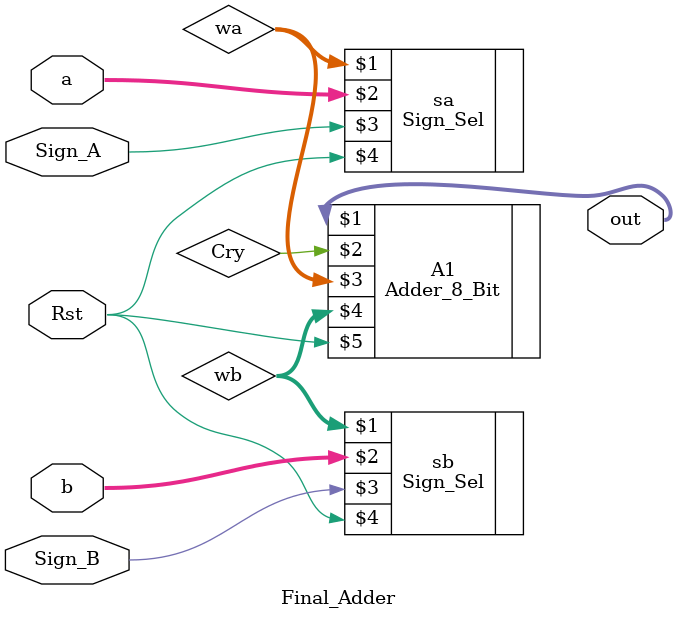
<source format=v>
`timescale 1ns / 1ps
module Final_Adder(output [7:0] out,input [7:0] a,b,input Sign_A,Sign_B,Rst);
wire [7:0] wa;
wire [7:0] wb;
Sign_Sel sa(wa[7:0],a[7:0],Sign_A,Rst);
Sign_Sel sb(wb[7:0],b[7:0],Sign_B,Rst);
Adder_8_Bit A1(out[7:0],Cry,wa[7:0],wb[7:0],Rst);
endmodule 
</source>
